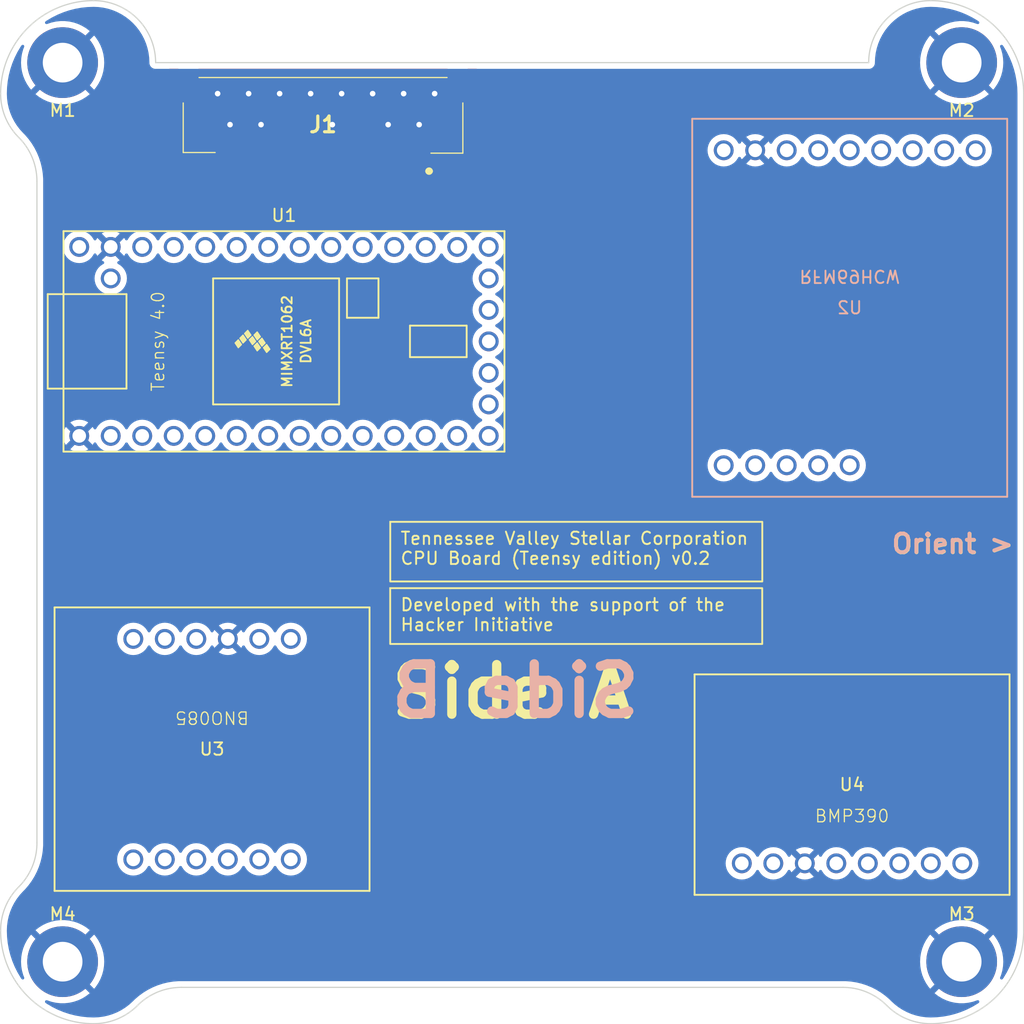
<source format=kicad_pcb>
(kicad_pcb (version 20221018) (generator pcbnew)
  (layers (0 "F.Cu" signal) (31 "B.Cu" signal) (34 "B.Paste" user) (35 "F.Paste" user) (36 "B.SilkS" user "B.Silkscreen") (37 "F.SilkS" user "F.Silkscreen") (38 "B.Mask" user) (39 "F.Mask" user) (44 "Edge.Cuts" user))
  (property "PCB_VERSION" "0.2")
  (net 0 "")
  (net 1 "GND")
  (net 3 "+5V")
  (net 5 "CHARGER_INT")
  (net 8 "REMOTE_SDA")
  (net 9 "REMOTE_SCL")
  (net 11 "/HEATER_PWM")
  (net 12 "/MAG_PWM_0")
  (net 13 "/GPIO_2")
  (net 14 "/GPIO_3")
  (net 15 "/GPIO_4")
  (net 16 "/GPIO_5")
  (net 17 "/MAG_PWM_1")
  (net 18 "/MAG_PWM_2")
  (net 19 "/RADIO_RESET")
  (net 20 "/CS")
  (net 21 "/MOSI")
  (net 22 "/MISO")
  (net 28 "/SCK")
  (net 29 "/GPIO_0")
  (net 30 "/GPIO_1")
  (net 31 "LOCAL_SDA")
  (net 32 "LOCAL_SCL")
  (net 33 "/MAG_PWM_3")
  (net 35 "/MAG_PWM_4")
  (net 36 "+3V3")
  (net 51 "/MAG_PWM_5")
  (footprint "MountingHole:MountingHole_3.2mm_M3_ISO7380_Pad_TopBottom" (layer "F.Cu") (at 105 145)
    (fp_text reference "M4" (at 0 -3.85) (layer "F.SilkS"))
    (fp_text value "M3")
    (pad "1" thru_hole circle (at 0 0) (size 3.6 3.6) (drill 3.2) (layers "*.Cu" "*.Mask") (net 1 "GND"))
    (pad "1" connect circle (at 0 0) (size 5.7 5.7) (layers "F.Cu" "F.Mask") (net 1 "GND"))
    (pad "1" connect circle (at 0 0) (size 5.7 5.7) (layers "B.Cu" "B.Mask") (net 1 "GND"))
  )
  (footprint "MountingHole:MountingHole_3.2mm_M3_ISO7380_Pad_TopBottom" (layer "F.Cu") (at 105 72.5 180)
    (fp_text reference "M1" (at 0 -3.85) (layer "F.SilkS"))
    (fp_text value "M3")
    (pad "1" thru_hole circle (at 0 0 180) (size 3.6 3.6) (drill 3.2) (layers "*.Cu" "*.Mask") (net 1 "GND"))
    (pad "1" connect circle (at 0 0 180) (size 5.7 5.7) (layers "F.Cu" "F.Mask") (net 1 "GND"))
    (pad "1" connect circle (at 0 0 180) (size 5.7 5.7) (layers "B.Cu" "B.Mask") (net 1 "GND"))
  )
  (footprint "footprints:BMP390_Adafruit_Breakout" (layer "F.Cu") (at 168.66 130.72)
    (fp_text reference "U4" (at 0 0) (layer "F.SilkS"))
    (fp_text value "BMP390_Adafruit_Breakout")
    (fp_text user "BMP390" (at 0 2.54 unlocked) (layer "F.SilkS") (effects (font (thickness 0.1))))
    (fp_line (start -12.7 -8.89) (end 12.7 -8.89) (stroke (width 0.15)) (layer "F.SilkS"))
    (fp_line (start -12.7 8.89) (end -12.7 -8.89) (stroke (width 0.15)) (layer "F.SilkS"))
    (fp_line (start 12.7 -8.89) (end 12.7 8.89) (stroke (width 0.15)) (layer "F.SilkS"))
    (fp_line (start 12.7 8.89) (end -12.7 8.89) (stroke (width 0.15)) (layer "F.SilkS"))
    (pad "1" thru_hole circle (at -8.89 6.35) (size 1.6 1.6) (drill 1.1) (layers "*.Cu" "*.Mask") (net 36 "+3V3"))
    (pad "2" thru_hole circle (at -6.35 6.35) (size 1.6 1.6) (drill 1.1) (layers "*.Cu" "*.Mask"))
    (pad "3" thru_hole circle (at -3.81 6.35) (size 1.6 1.6) (drill 1.1) (layers "*.Cu" "*.Mask") (net 1 "GND"))
    (pad "4" thru_hole circle (at -1.27 6.35) (size 1.6 1.6) (drill 1.1) (layers "*.Cu" "*.Mask") (net 32 "LOCAL_SCL"))
    (pad "5" thru_hole circle (at 1.27 6.35) (size 1.6 1.6) (drill 1.1) (layers "*.Cu" "*.Mask"))
    (pad "6" thru_hole circle (at 3.81 6.35) (size 1.6 1.6) (drill 1.1) (layers "*.Cu" "*.Mask") (net 31 "LOCAL_SDA"))
    (pad "7" thru_hole circle (at 6.35 6.35) (size 1.6 1.6) (drill 1.1) (layers "*.Cu" "*.Mask"))
    (pad "8" thru_hole circle (at 8.89 6.35) (size 1.6 1.6) (drill 1.1) (layers "*.Cu" "*.Mask"))
  )
  (footprint "MountingHole:MountingHole_3.2mm_M3_ISO7380_Pad_TopBottom" (layer "F.Cu") (at 177.5 145)
    (fp_text reference "M3" (at 0 -3.85) (layer "F.SilkS"))
    (fp_text value "M3")
    (pad "1" thru_hole circle (at 0 0) (size 3.6 3.6) (drill 3.2) (layers "*.Cu" "*.Mask") (net 1 "GND"))
    (pad "1" connect circle (at 0 0) (size 5.7 5.7) (layers "F.Cu" "F.Mask") (net 1 "GND"))
    (pad "1" connect circle (at 0 0) (size 5.7 5.7) (layers "B.Cu" "B.Mask") (net 1 "GND"))
  )
  (footprint "footprints:BNO085_Adafruit_Breakout" (layer "F.Cu") (at 117.05 127.86 180)
    (fp_text reference "U3" (at 0 0) (layer "F.SilkS"))
    (fp_text value "BNO085_Adafruit_Breakout_I2C")
    (fp_text user "BNO085" (at 0 2.54 180 unlocked) (layer "F.SilkS") (effects (font (thickness 0.1))))
    (fp_line (start -12.7 -11.43) (end 12.7 -11.43) (stroke (width 0.15)) (layer "F.SilkS"))
    (fp_line (start -12.7 11.43) (end -12.7 -11.43) (stroke (width 0.15)) (layer "F.SilkS"))
    (fp_line (start 12.7 -11.43) (end 12.7 11.43) (stroke (width 0.15)) (layer "F.SilkS"))
    (fp_line (start 12.7 11.43) (end -12.7 11.43) (stroke (width 0.15)) (layer "F.SilkS"))
    (pad "1" thru_hole circle (at -6.35 8.89 180) (size 1.6 1.6) (drill 1.1) (layers "*.Cu" "*.Mask") (net 36 "+3V3"))
    (pad "2" thru_hole circle (at -3.81 8.89 180) (size 1.6 1.6) (drill 1.1) (layers "*.Cu" "*.Mask"))
    (pad "3" thru_hole circle (at -1.27 8.89 180) (size 1.6 1.6) (drill 1.1) (layers "*.Cu" "*.Mask") (net 1 "GND"))
    (pad "4" thru_hole circle (at 1.27 8.89 180) (size 1.6 1.6) (drill 1.1) (layers "*.Cu" "*.Mask") (net 32 "LOCAL_SCL"))
    (pad "5" thru_hole circle (at 3.81 8.89 180) (size 1.6 1.6) (drill 1.1) (layers "*.Cu" "*.Mask") (net 31 "LOCAL_SDA"))
    (pad "6" thru_hole circle (at 6.35 8.89 180) (size 1.6 1.6) (drill 1.1) (layers "*.Cu" "*.Mask"))
    (pad "7" thru_hole circle (at 6.35 -8.89 180) (size 1.6 1.6) (drill 1.1) (layers "*.Cu" "*.Mask"))
    (pad "8" thru_hole circle (at 3.81 -8.89 180) (size 1.6 1.6) (drill 1.1) (layers "*.Cu" "*.Mask"))
    (pad "9" thru_hole circle (at 1.27 -8.89 180) (size 1.6 1.6) (drill 1.1) (layers "*.Cu" "*.Mask"))
    (pad "10" thru_hole circle (at -1.27 -8.89 180) (size 1.6 1.6) (drill 1.1) (layers "*.Cu" "*.Mask"))
    (pad "11" thru_hole circle (at -3.81 -8.89 180) (size 1.6 1.6) (drill 1.1) (layers "*.Cu" "*.Mask"))
    (pad "12" thru_hole circle (at -6.35 -8.89 180) (size 1.6 1.6) (drill 1.1) (layers "*.Cu" "*.Mask"))
  )
  (footprint "footprints:5040501291" (layer "F.Cu") (at 126 76.75)
    (fp_text reference "J1" (at 0 0.75) (layer "F.SilkS") (effects (font (size 1.27 1.27) (thickness 0.254))))
    (fp_text value "Molex_504050-1291" hide)
    (fp_line (start -11.275 -1) (end -11.275 3) (stroke (width 0.1)) (layer "F.SilkS"))
    (fp_line (start -11.275 3) (end -8.7 3) (stroke (width 0.1)) (layer "F.SilkS"))
    (fp_line (start -10 -3.05) (end 10 -3.05) (stroke (width 0.1)) (layer "F.SilkS"))
    (fp_line (start 8.5 4.5) (end 8.5 4.5) (stroke (width 0.5)) (layer "F.SilkS"))
    (fp_line (start 8.6 4.5) (end 8.6 4.5) (stroke (width 0.5)) (layer "F.SilkS"))
    (fp_line (start 11.275 -1) (end 11.275 3.05) (stroke (width 0.1)) (layer "F.SilkS"))
    (fp_line (start 11.275 3.05) (end 8.7 3.05) (stroke (width 0.1)) (layer "F.SilkS"))
    (fp_arc (start 8.5 4.5) (mid 8.55 4.45) (end 8.6 4.5) (stroke (width 0.5)) (layer "F.SilkS"))
    (fp_arc (start 8.6 4.5) (mid 8.55 4.55) (end 8.5 4.5) (stroke (width 0.5)) (layer "F.SilkS"))
    (pad "1" smd rect (at 8.25 3.05) (size 0.6 1) (layers "F.Cu" "F.Paste" "F.Mask") (net 1 "GND"))
    (pad "2" smd rect (at 6.75 3.05) (size 0.6 1) (layers "F.Cu" "F.Paste" "F.Mask"))
    (pad "3" smd rect (at 5.25 3.05) (size 0.6 1) (layers "F.Cu" "F.Paste" "F.Mask") (net 3 "+5V"))
    (pad "4" smd rect (at 3.75 3.05) (size 0.6 1) (layers "F.Cu" "F.Paste" "F.Mask"))
    (pad "5" smd rect (at 2.25 3.05) (size 0.6 1) (layers "F.Cu" "F.Paste" "F.Mask") (net 5 "CHARGER_INT"))
    (pad "6" smd rect (at 0.75 3.05) (size 0.6 1) (layers "F.Cu" "F.Paste" "F.Mask") (net 1 "GND"))
    (pad "7" smd rect (at -0.75 3.05) (size 0.6 1) (layers "F.Cu" "F.Paste" "F.Mask"))
    (pad "8" smd rect (at -2.25 3.05) (size 0.6 1) (layers "F.Cu" "F.Paste" "F.Mask"))
    (pad "9" smd rect (at -3.75 3.05) (size 0.6 1) (layers "F.Cu" "F.Paste" "F.Mask") (net 1 "GND"))
    (pad "10" smd rect (at -5.25 3.05) (size 0.6 1) (layers "F.Cu" "F.Paste" "F.Mask") (net 8 "REMOTE_SDA"))
    (pad "11" smd rect (at -6.75 3.05) (size 0.6 1) (layers "F.Cu" "F.Paste" "F.Mask") (net 9 "REMOTE_SCL"))
    (pad "12" smd rect (at -8.25 3.05) (size 0.6 1) (layers "F.Cu" "F.Paste" "F.Mask"))
    (pad "MP1" smd rect (at -10.855 -2.14) (size 1.25 1.8) (layers "F.Cu" "F.Paste" "F.Mask") (net 1 "GND"))
    (pad "MP2" smd rect (at 10.855 -2.14) (size 1.25 1.8) (layers "F.Cu" "F.Paste" "F.Mask") (net 1 "GND"))
  )
  (footprint "footprints:Teensy40_TopPinsOnly" (layer "F.Cu") (at 122.85 94.98)
    (fp_text reference "U1" (at 0 -10.16) (layer "F.SilkS"))
    (fp_text value "Teensy4.0_TopPinsOnly")
    (fp_text user "MIMXRT1062" (at 0.254 0 90) (layer "F.SilkS") (effects (font (size 0.8 0.8))))
    (fp_text user "Teensy 4.0" (at -10.16 0 90 unlocked) (layer "F.SilkS") (effects (font (thickness 0.1))))
    (fp_text user "DVL6A" (at 1.778 0 90) (layer "F.SilkS") (effects (font (size 0.8 0.8))))
    (fp_line (start -19.05 -3.81) (end -17.78 -3.81) (stroke (width 0.15)) (layer "F.SilkS"))
    (fp_line (start -19.05 3.81) (end -19.05 -3.81) (stroke (width 0.15)) (layer "F.SilkS"))
    (fp_line (start -17.78 -8.89) (end 17.78 -8.89) (stroke (width 0.15)) (layer "F.SilkS"))
    (fp_line (start -17.78 3.81) (end -19.05 3.81) (stroke (width 0.15)) (layer "F.SilkS"))
    (fp_line (start -17.78 8.89) (end -17.78 -8.89) (stroke (width 0.15)) (layer "F.SilkS"))
    (fp_line (start -12.7 -3.81) (end -17.78 -3.81) (stroke (width 0.15)) (layer "F.SilkS"))
    (fp_line (start -12.7 3.81) (end -17.78 3.81) (stroke (width 0.15)) (layer "F.SilkS"))
    (fp_line (start -12.7 3.81) (end -12.7 -3.81) (stroke (width 0.15)) (layer "F.SilkS"))
    (fp_line (start -5.715 -5.08) (end -5.715 5.08) (stroke (width 0.15)) (layer "F.SilkS"))
    (fp_line (start 4.445 -5.08) (end -5.715 -5.08) (stroke (width 0.15)) (layer "F.SilkS"))
    (fp_line (start 4.445 5.08) (end -5.715 5.08) (stroke (width 0.15)) (layer "F.SilkS"))
    (fp_line (start 4.445 5.08) (end 4.445 -5.08) (stroke (width 0.15)) (layer "F.SilkS"))
    (fp_line (start 5.08 -5.08) (end 7.62 -5.08) (stroke (width 0.15)) (layer "F.SilkS"))
    (fp_line (start 5.08 -1.905) (end 5.08 -5.08) (stroke (width 0.15)) (layer "F.SilkS"))
    (fp_line (start 7.62 -5.08) (end 7.62 -1.905) (stroke (width 0.15)) (layer "F.SilkS"))
    (fp_line (start 7.62 -1.905) (end 5.08 -1.905) (stroke (width 0.15)) (layer "F.SilkS"))
    (fp_line (start 10.16 -1.27) (end 10.16 1.27) (stroke (width 0.15)) (layer "F.SilkS"))
    (fp_line (start 10.16 -1.27) (end 14.732 -1.27) (stroke (width 0.15)) (layer "F.SilkS"))
    (fp_line (start 14.732 -1.27) (end 14.732 1.27) (stroke (width 0.15)) (layer "F.SilkS"))
    (fp_line (start 14.732 1.27) (end 10.16 1.27) (stroke (width 0.15)) (layer "F.SilkS"))
    (fp_line (start 17.78 -8.89) (end 17.78 8.89) (stroke (width 0.15)) (layer "F.SilkS"))
    (fp_line (start 17.78 8.89) (end -17.78 8.89) (stroke (width 0.15)) (layer "F.SilkS"))
    (fp_poly (pts (xy -3.937 0.127) (xy -3.683 -0.127) (xy -3.429 0.254) (xy -3.683 0.508)) (stroke (width 0.1)) (fill solid) (layer "F.SilkS"))
    (fp_poly (pts (xy -3.556 -0.254) (xy -3.302 -0.508) (xy -3.048 -0.127) (xy -3.302 0.127)) (stroke (width 0.1)) (fill solid) (layer "F.SilkS"))
    (fp_poly (pts (xy -3.175 -0.635) (xy -2.921 -0.889) (xy -2.667 -0.508) (xy -2.921 -0.254)) (stroke (width 0.1)) (fill solid) (layer "F.SilkS"))
    (fp_poly (pts (xy -2.794 -0.127) (xy -2.54 -0.381) (xy -2.286 0) (xy -2.54 0.254)) (stroke (width 0.1)) (fill solid) (layer "F.SilkS"))
    (fp_poly (pts (xy -2.413 -0.508) (xy -2.159 -0.762) (xy -1.905 -0.381) (xy -2.159 -0.127)) (stroke (width 0.1)) (fill solid) (layer "F.SilkS"))
    (fp_poly (pts (xy -2.413 0.381) (xy -2.159 0.127) (xy -1.905 0.508) (xy -2.159 0.762)) (stroke (width 0.1)) (fill solid) (layer "F.SilkS"))
    (fp_poly (pts (xy -2.032 0) (xy -1.778 -0.254) (xy -1.524 0.127) (xy -1.778 0.381)) (stroke (width 0.1)) (fill solid) (layer "F.SilkS"))
    (fp_poly (pts (xy -1.651 0.508) (xy -1.397 0.254) (xy -1.143 0.635) (xy -1.397 0.889)) (stroke (width 0.1)) (fill solid) (layer "F.SilkS"))
    (pad "1" thru_hole circle (at -16.51 7.62) (size 1.6 1.6) (drill 1.1) (layers "*.Cu" "*.Mask") (net 1 "GND"))
    (pad "2" thru_hole circle (at -13.97 7.62) (size 1.6 1.6) (drill 1.1) (layers "*.Cu" "*.Mask") (net 12 "/MAG_PWM_0"))
    (pad "3" thru_hole circle (at -11.43 7.62) (size 1.6 1.6) (drill 1.1) (layers "*.Cu" "*.Mask") (net 17 "/MAG_PWM_1"))
    (pad "4" thru_hole circle (at -8.89 7.62) (size 1.6 1.6) (drill 1.1) (layers "*.Cu" "*.Mask") (net 13 "/GPIO_2"))
    (pad "5" thru_hole circle (at -6.35 7.62) (size 1.6 1.6) (drill 1.1) (layers "*.Cu" "*.Mask") (net 14 "/GPIO_3"))
    (pad "6" thru_hole circle (at -3.81 7.62) (size 1.6 1.6) (drill 1.1) (layers "*.Cu" "*.Mask") (net 15 "/GPIO_4"))
    (pad "7" thru_hole circle (at -1.27 7.62) (size 1.6 1.6) (drill 1.1) (layers "*.Cu" "*.Mask") (net 16 "/GPIO_5"))
    (pad "8" thru_hole circle (at 1.27 7.62) (size 1.6 1.6) (drill 1.1) (layers "*.Cu" "*.Mask") (net 18 "/MAG_PWM_2"))
    (pad "9" thru_hole circle (at 3.81 7.62) (size 1.6 1.6) (drill 1.1) (layers "*.Cu" "*.Mask") (net 33 "/MAG_PWM_3"))
    (pad "10" thru_hole circle (at 6.35 7.62) (size 1.6 1.6) (drill 1.1) (layers "*.Cu" "*.Mask") (net 35 "/MAG_PWM_4"))
    (pad "11" thru_hole circle (at 8.89 7.62) (size 1.6 1.6) (drill 1.1) (layers "*.Cu" "*.Mask") (net 19 "/RADIO_RESET"))
    (pad "12" thru_hole circle (at 11.43 7.62) (size 1.6 1.6) (drill 1.1) (layers "*.Cu" "*.Mask") (net 20 "/CS"))
    (pad "13" thru_hole circle (at 13.97 7.62) (size 1.6 1.6) (drill 1.1) (layers "*.Cu" "*.Mask") (net 21 "/MOSI"))
    (pad "14" thru_hole circle (at 16.51 7.62) (size 1.6 1.6) (drill 1.1) (layers "*.Cu" "*.Mask") (net 22 "/MISO"))
    (pad "15" thru_hole circle (at 16.51 5.08) (size 1.6 1.6) (drill 1.1) (layers "*.Cu" "*.Mask"))
    (pad "16" thru_hole circle (at 16.51 2.54) (size 1.6 1.6) (drill 1.1) (layers "*.Cu" "*.Mask"))
    (pad "17" thru_hole circle (at 16.51 0) (size 1.6 1.6) (drill 1.1) (layers "*.Cu" "*.Mask"))
    (pad "18" thru_hole circle (at 16.51 -2.54) (size 1.6 1.6) (drill 1.1) (layers "*.Cu" "*.Mask"))
    (pad "19" thru_hole circle (at 16.51 -5.08) (size 1.6 1.6) (drill 1.1) (layers "*.Cu" "*.Mask"))
    (pad "20" thru_hole circle (at 16.51 -7.62) (size 1.6 1.6) (drill 1.1) (layers "*.Cu" "*.Mask") (net 28 "/SCK"))
    (pad "21" thru_hole circle (at 13.97 -7.62) (size 1.6 1.6) (drill 1.1) (layers "*.Cu" "*.Mask") (net 29 "/GPIO_0"))
    (pad "22" thru_hole circle (at 11.43 -7.62) (size 1.6 1.6) (drill 1.1) (layers "*.Cu" "*.Mask") (net 30 "/GPIO_1"))
    (pad "23" thru_hole circle (at 8.89 -7.62) (size 1.6 1.6) (drill 1.1) (layers "*.Cu" "*.Mask") (net 9 "REMOTE_SCL"))
    (pad "24" thru_hole circle (at 6.35 -7.62) (size 1.6 1.6) (drill 1.1) (layers "*.Cu" "*.Mask") (net 8 "REMOTE_SDA"))
    (pad "25" thru_hole circle (at 3.81 -7.62) (size 1.6 1.6) (drill 1.1) (layers "*.Cu" "*.Mask") (net 31 "LOCAL_SDA"))
    (pad "26" thru_hole circle (at 1.27 -7.62) (size 1.6 1.6) (drill 1.1) (layers "*.Cu" "*.Mask") (net 32 "LOCAL_SCL"))
    (pad "27" thru_hole circle (at -1.27 -7.62) (size 1.6 1.6) (drill 1.1) (layers "*.Cu" "*.Mask") (net 5 "CHARGER_INT"))
    (pad "28" thru_hole circle (at -3.81 -7.62) (size 1.6 1.6) (drill 1.1) (layers "*.Cu" "*.Mask"))
    (pad "29" thru_hole circle (at -6.35 -7.62) (size 1.6 1.6) (drill 1.1) (layers "*.Cu" "*.Mask") (net 51 "/MAG_PWM_5"))
    (pad "30" thru_hole circle (at -8.89 -7.62) (size 1.6 1.6) (drill 1.1) (layers "*.Cu" "*.Mask") (net 11 "/HEATER_PWM"))
    (pad "31" thru_hole circle (at -11.43 -7.62) (size 1.6 1.6) (drill 1.1) (layers "*.Cu" "*.Mask") (net 36 "+3V3"))
    (pad "32" thru_hole circle (at -13.97 -7.62) (size 1.6 1.6) (drill 1.1) (layers "*.Cu" "*.Mask") (net 1 "GND"))
    (pad "33" thru_hole circle (at -16.51 -7.62) (size 1.6 1.6) (drill 1.1) (layers "*.Cu" "*.Mask") (net 3 "+5V"))
    (pad "34" thru_hole circle (at -13.97 -5.08) (size 1.6 1.6) (drill 1.1) (layers "*.Cu" "*.Mask"))
  )
  (footprint "MountingHole:MountingHole_3.2mm_M3_ISO7380_Pad_TopBottom" (layer "F.Cu") (at 177.5 72.5 180)
    (fp_text reference "M2" (at 0 -3.85) (layer "F.SilkS"))
    (fp_text value "M3")
    (pad "1" thru_hole circle (at 0 0 180) (size 3.6 3.6) (drill 3.2) (layers "*.Cu" "*.Mask") (net 1 "GND"))
    (pad "1" connect circle (at 0 0 180) (size 5.7 5.7) (layers "F.Cu" "F.Mask") (net 1 "GND"))
    (pad "1" connect circle (at 0 0 180) (size 5.7 5.7) (layers "B.Cu" "B.Mask") (net 1 "GND"))
  )
  (footprint "footprints:RFM69HCW_Adafruit_Breakout" (layer "B.Cu") (at 168.47 92.27)
    (fp_text reference "U2" (at 0 0) (layer "B.SilkS") (effects (justify mirror)))
    (fp_text value "RFM69HCW")
    (fp_text user "RFM69HCW" (at 0 -2.54 180 unlocked) (layer "B.SilkS") (effects (justify mirror)))
    (fp_line (start -12.7 -15.24) (end -12.7 15.24) (stroke (width 0.15)) (layer "B.SilkS"))
    (fp_line (start -12.7 15.24) (end 12.7 15.24) (stroke (width 0.15)) (layer "B.SilkS"))
    (fp_line (start 12.7 -15.24) (end -12.7 -15.24) (stroke (width 0.15)) (layer "B.SilkS"))
    (fp_line (start 12.7 15.24) (end 12.7 -15.24) (stroke (width 0.15)) (layer "B.SilkS"))
    (pad "1" thru_hole circle (at -10.16 -12.7) (size 1.6 1.6) (drill 1.1) (layers "*.Cu" "*.Mask") (net 36 "+3V3"))
    (pad "2" thru_hole circle (at -7.62 -12.7) (size 1.6 1.6) (drill 1.1) (layers "*.Cu" "*.Mask") (net 1 "GND"))
    (pad "3" thru_hole circle (at -5.08 -12.7) (size 1.6 1.6) (drill 1.1) (layers "*.Cu" "*.Mask"))
    (pad "4" thru_hole circle (at -2.54 -12.7) (size 1.6 1.6) (drill 1.1) (layers "*.Cu" "*.Mask") (net 29 "/GPIO_0"))
    (pad "5" thru_hole circle (at 0 -12.7) (size 1.6 1.6) (drill 1.1) (layers "*.Cu" "*.Mask") (net 28 "/SCK"))
    (pad "6" thru_hole circle (at 2.54 -12.7) (size 1.6 1.6) (drill 1.1) (layers "*.Cu" "*.Mask") (net 22 "/MISO"))
    (pad "7" thru_hole circle (at 5.08 -12.7) (size 1.6 1.6) (drill 1.1) (layers "*.Cu" "*.Mask") (net 21 "/MOSI"))
    (pad "8" thru_hole circle (at 7.62 -12.7) (size 1.6 1.6) (drill 1.1) (layers "*.Cu" "*.Mask") (net 20 "/CS"))
    (pad "9" thru_hole circle (at 10.16 -12.7) (size 1.6 1.6) (drill 1.1) (layers "*.Cu" "*.Mask") (net 19 "/RADIO_RESET"))
    (pad "10" thru_hole circle (at 0 12.7) (size 1.6 1.6) (drill 1.1) (layers "*.Cu" "*.Mask") (net 16 "/GPIO_5"))
    (pad "11" thru_hole circle (at -2.54 12.7) (size 1.6 1.6) (drill 1.1) (layers "*.Cu" "*.Mask") (net 15 "/GPIO_4"))
    (pad "12" thru_hole circle (at -5.08 12.7) (size 1.6 1.6) (drill 1.1) (layers "*.Cu" "*.Mask") (net 14 "/GPIO_3"))
    (pad "13" thru_hole circle (at -7.62 12.7) (size 1.6 1.6) (drill 1.1) (layers "*.Cu" "*.Mask") (net 13 "/GPIO_2"))
    (pad "14" thru_hole circle (at -10.16 12.7) (size 1.6 1.6) (drill 1.1) (layers "*.Cu" "*.Mask") (net 30 "/GPIO_1"))
  )
  (gr_arc (start 100 74.999998) (mid 102.196699 69.696697) (end 107.5 67.499998) (stroke (width 0.1)) (layer "Edge.Cuts"))
  (gr_arc (start 175 149.999998) (mid 173.086583 149.619396) (end 171.464466 148.535532) (stroke (width 0.1)) (layer "Edge.Cuts"))
  (gr_arc (start 107.5 67.499998) (mid 111.035534 68.964464) (end 112.5 72.499998) (stroke (width 0.1)) (layer "Edge.Cuts"))
  (gr_line (start 112.5 72.499998) (end 170 72.499998) (stroke (width 0.1)) (layer "Edge.Cuts"))
  (gr_arc (start 167.928932 147.071066) (mid 169.842345 147.451677) (end 171.464466 148.535532) (stroke (width 0.1)) (layer "Edge.Cuts"))
  (gr_arc (start 101.464466 78.535532) (mid 102.548332 80.157648) (end 102.928932 82.071066) (stroke (width 0.1)) (layer "Edge.Cuts"))
  (gr_line (start 182.5 74.999998) (end 182.5 142.499998) (stroke (width 0.1)) (layer "Edge.Cuts"))
  (gr_arc (start 111.035534 148.535534) (mid 109.413417 149.619397) (end 107.5 150) (stroke (width 0.1)) (layer "Edge.Cuts"))
  (gr_arc (start 175.000002 67.499998) (mid 180.303302 69.696698) (end 182.5 74.999998) (stroke (width 0.1)) (layer "Edge.Cuts"))
  (gr_line (start 102.928932 135.428932) (end 102.928932 82.071066) (stroke (width 0.1)) (layer "Edge.Cuts"))
  (gr_arc (start 111.035534 148.535534) (mid 112.657649 147.451667) (end 114.571068 147.071068) (stroke (width 0.1)) (layer "Edge.Cuts"))
  (gr_line (start 167.928932 147.071066) (end 114.571068 147.071066) (stroke (width 0.1)) (layer "Edge.Cuts"))
  (gr_arc (start 170 72.5) (mid 171.464466 68.964464) (end 175.000002 67.499998) (stroke (width 0.1)) (layer "Edge.Cuts"))
  (gr_arc (start 101.464466 78.535532) (mid 100.380602 76.913415) (end 100 74.999998) (stroke (width 0.1)) (layer "Edge.Cuts"))
  (gr_arc (start 100 142.5) (mid 100.380602 140.586583) (end 101.464466 138.964466) (stroke (width 0.1)) (layer "Edge.Cuts"))
  (gr_arc (start 107.5 150) (mid 102.196699 147.803301) (end 100 142.5) (stroke (width 0.1)) (layer "Edge.Cuts"))
  (gr_arc (start 182.5 142.499998) (mid 180.303301 147.803299) (end 175 149.999998) (stroke (width 0.1)) (layer "Edge.Cuts"))
  (gr_arc (start 102.928932 135.428932) (mid 102.54832 137.342345) (end 101.464466 138.964466) (stroke (width 0.1)) (layer "Edge.Cuts"))
  (gr_text "Orient >" (at 181.82 112.17) (layer "B.SilkS") (effects (font (size 1.5 1.5) (thickness 0.3) bold) (justify right bottom)))
  (gr_text "Side B" (at 131.11 123.17) (layer "B.SilkS") (effects (font (size 4 4) (thickness 0.75) bold) (justify right mirror)))
  (gr_text "Orient >" (at 181.84 112.19) (layer "F.SilkS") (effects (font (size 1.5 1.5) (thickness 0.3) bold) (justify right bottom)))
  (gr_text "Side A" (at 131.13 123.23) (layer "F.SilkS") (effects (font (size 4 4) (thickness 0.75) bold) (justify left)))
  (gr_text_box "Tennessee Valley Stellar Corporation\nCPU Board (Teensy edition) v${PCB_VERSION}\n" (start 131.42 109.53) (end 161.42 114.34) (layer "F.SilkS") (effects (font (size 1 1)) (justify left top)) (stroke (width 0.15)))
  (gr_text_box "Developed with the support of the Hacker Initiative" (start 131.415 114.88) (end 161.415 119.38) (layer "F.SilkS") (effects (font (size 1 1)) (justify left top)) (stroke (width 0.15)))
  (segment (start 133.75 77.5) (end 133.75 79.3) (width 0.5) (layer "F.Cu") (net 1))
  (segment (start 126.75 77.5) (end 126.75 79.8) (width 0.5) (layer "F.Cu") (net 1))
  (segment (start 133.75 79.3) (end 134.25 79.8) (width 0.5) (layer "F.Cu") (net 1))
  (segment (start 122.25 79.8) (end 122.25 78.75) (width 0.5) (layer "F.Cu") (net 1))
  (segment (start 122.25 78.75) (end 121 77.5) (width 0.5) (layer "F.Cu") (net 1))
  (via (at 135 75) (size 0.65) (drill 0.45) (layers "F.Cu" "B.Cu") (net 1))
  (via (at 126.75 77.5) (size 0.65) (drill 0.45) (layers "F.Cu" "B.Cu") (net 1))
  (via (at 118.5 77.5) (size 0.65) (drill 0.45) (layers "F.Cu" "B.Cu") (net 1))
  (via (at 132.5 75) (size 0.65) (drill 0.45) (layers "F.Cu" "B.Cu") (net 1))
  (via (at 131.25 77.5) (size 0.65) (drill 0.45) (layers "F.Cu" "B.Cu") (net 1))
  (via (at 122.5 75) (size 0.65) (drill 0.45) (layers "F.Cu" "B.Cu") (net 1))
  (via (at 117.5 75) (size 0.65) (drill 0.45) (layers "F.Cu" "B.Cu") (net 1))
  (via (at 130 75) (size 0.65) (drill 0.45) (layers "F.Cu" "B.Cu") (net 1))
  (via (at 127.5 75) (size 0.65) (drill 0.45) (layers "F.Cu" "B.Cu") (net 1))
  (via (at 125 75) (size 0.65) (drill 0.45) (layers "F.Cu" "B.Cu") (net 1))
  (via (at 121 77.5) (size 0.65) (drill 0.45) (layers "F.Cu" "B.Cu") (net 1))
  (via (at 120 75) (size 0.65) (drill 0.45) (layers "F.Cu" "B.Cu") (net 1))
  (via (at 133.75 77.5) (size 0.65) (drill 0.45) (layers "F.Cu" "B.Cu") (net 1))
  (zone (net 1) (net_name "GND") (layer "F.Cu") (priority 1) (connect_pads (clearance 0.5)) (min_thickness 0.25) (fill yes (thermal_gap 0.5) (thermal_bridge_width 0.5))
    (polygon (pts (xy 113.5 72.75) (xy 138.5 72.75) (xy 138.5 78.75) (xy 113.5 78.75)))
  )
  (zone (net 1) (net_name "GND") (layer "B.Cu") (connect_pads (clearance 0.5)) (min_thickness 0.25) (fill yes (thermal_gap 0.5) (thermal_bridge_width 0.5))
    (polygon (pts (xy 100 150) (xy 100 67.5) (xy 182.5 67.5) (xy 182.5 150)))
  )
)
</source>
